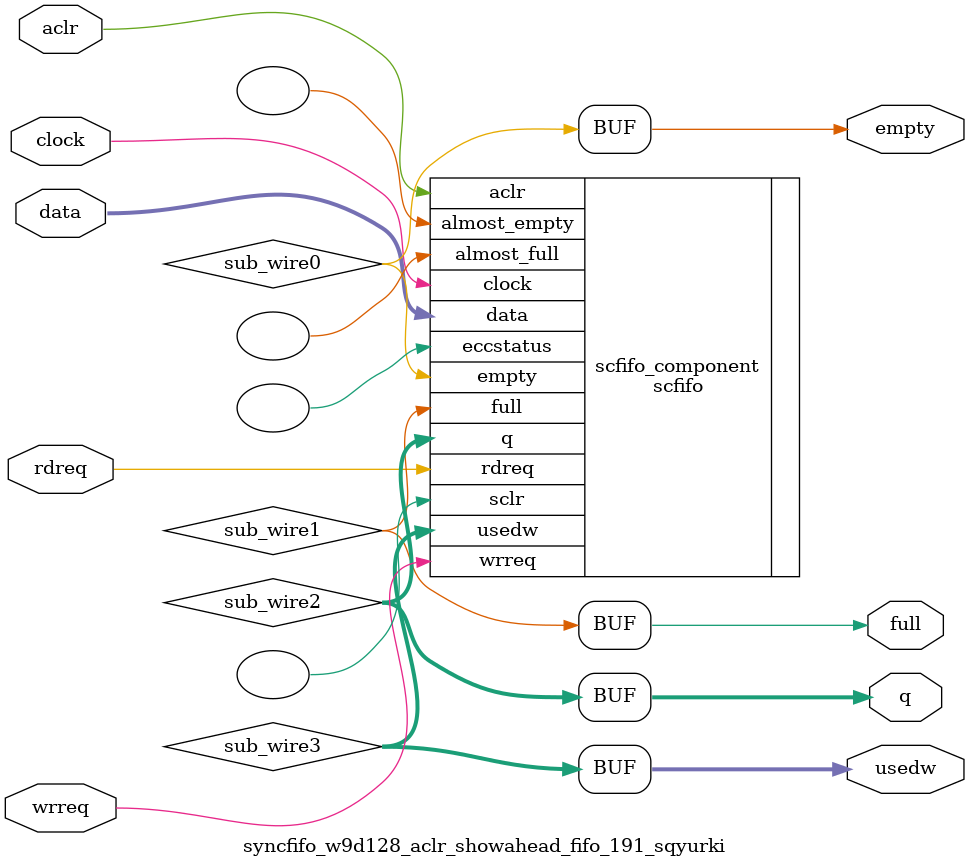
<source format=v>



`timescale 1 ps / 1 ps
// synopsys translate_on
module  syncfifo_w9d128_aclr_showahead_fifo_191_sqyurki  (
    aclr,
    clock,
    data,
    rdreq,
    wrreq,
    empty,
    full,
    q,
    usedw);

    input    aclr;
    input    clock;
    input  [8:0]  data;
    input    rdreq;
    input    wrreq;
    output   empty;
    output   full;
    output [8:0]  q;
    output [6:0]  usedw;

    wire  sub_wire0;
    wire  sub_wire1;
    wire [8:0] sub_wire2;
    wire [6:0] sub_wire3;
    wire  empty = sub_wire0;
    wire  full = sub_wire1;
    wire [8:0] q = sub_wire2[8:0];
    wire [6:0] usedw = sub_wire3[6:0];

    scfifo  scfifo_component (
                .aclr (aclr),
                .clock (clock),
                .data (data),
                .rdreq (rdreq),
                .wrreq (wrreq),
                .empty (sub_wire0),
                .full (sub_wire1),
                .q (sub_wire2),
                .usedw (sub_wire3),
                .almost_empty (),
                .almost_full (),
                .eccstatus (),
                .sclr ());
    defparam
        scfifo_component.add_ram_output_register  = "OFF",
        scfifo_component.enable_ecc  = "FALSE",
        scfifo_component.intended_device_family  = "Arria 10",
        scfifo_component.lpm_numwords  = 128,
        scfifo_component.lpm_showahead  = "ON",
        scfifo_component.lpm_type  = "scfifo",
        scfifo_component.lpm_width  = 9,
        scfifo_component.lpm_widthu  = 7,
        scfifo_component.overflow_checking  = "ON",
        scfifo_component.underflow_checking  = "ON",
        scfifo_component.use_eab  = "ON";


endmodule



</source>
